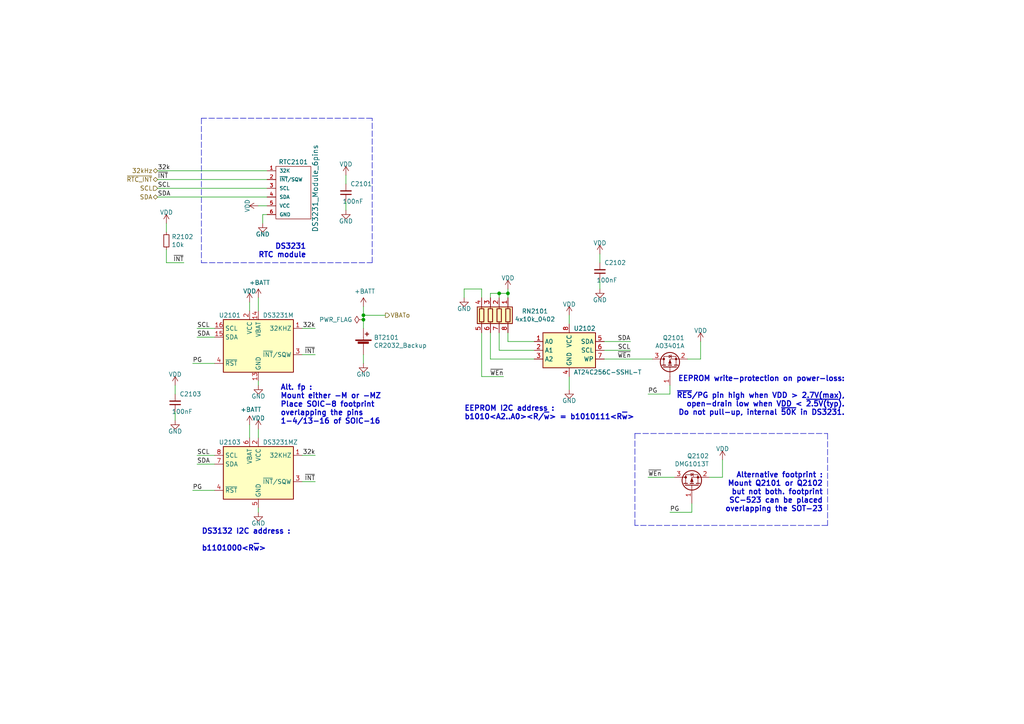
<source format=kicad_sch>
(kicad_sch (version 20211123) (generator eeschema)
  (paper "A4")
  (title_block (title "External RTC") (date "2020-11-21") (rev "R0.1") (company "SolderingStationGroup : Jonny Svärd / Mathias Johansson / Magnus Thulesius"))
  (lib_symbols
    (symbol "Device:Battery_Cell" (pin_numbers hide) (pin_names (offset 0) hide)
      (property "Reference" "BT" (at 2.54 2.54 0))
      (property "Value" "Battery_Cell" (at 2.54 0 0))
      (symbol "Battery_Cell_0_1"
        (rectangle (start -2.286 1.778) (end 2.286 1.524) (fill (type outline)))
        (rectangle (start -1.5748 1.1938) (end 1.4732 0.6858) (fill (type outline)))
        (polyline (pts (xy 0 0.762) (xy 0 0)))
        (polyline (pts (xy 0 1.778) (xy 0 2.54)))
        (polyline (pts (xy 0.508 3.429) (xy 1.524 3.429)) (stroke (width 0.254)))
        (polyline (pts (xy 1.016 3.937) (xy 1.016 2.921)) (stroke (width 0.254)))
      )
      (symbol "Battery_Cell_1_1"
        (pin passive line (at 0 5.08 270) (length 2.54) (name "+") (number "1"))
        (pin passive line (at 0 -2.54 90) (length 2.54) (name "-") (number "2"))
      )
    )
    (symbol "Device:C_Small" (pin_numbers hide) (pin_names (offset 0.254) hide)
      (property "Reference" "C" (at 0.254 1.778 0))
      (property "Value" "C_Small" (at 0.254 -2.032 0))
      (symbol "C_Small_0_1"
        (polyline (pts (xy -1.524 -0.508) (xy 1.524 -0.508)) (stroke (width 0.3302)))
        (polyline (pts (xy -1.524 0.508) (xy 1.524 0.508)) (stroke (width 0.3048)))
      )
      (symbol "C_Small_1_1"
        (pin passive line (at 0 2.54 270) (length 2.032) (name "~") (number "1"))
        (pin passive line (at 0 -2.54 90) (length 2.032) (name "~") (number "2"))
      )
    )
    (symbol "Device:R_Pack04" (pin_names (offset 0) hide)
      (property "Reference" "RN" (at -7.62 0 90))
      (property "Value" "R_Pack04" (at 5.08 0 90))
      (symbol "R_Pack04_0_1"
        (rectangle (start -6.35 -2.413) (end 3.81 2.413) (stroke (width 0.254)) (fill (type background)))
        (rectangle (start -5.715 1.905) (end -4.445 -1.905) (stroke (width 0.254)))
        (rectangle (start -3.175 1.905) (end -1.905 -1.905) (stroke (width 0.254)))
        (rectangle (start -0.635 1.905) (end 0.635 -1.905) (stroke (width 0.254)))
        (polyline (pts (xy -5.08 -2.54) (xy -5.08 -1.905)))
        (polyline (pts (xy -5.08 1.905) (xy -5.08 2.54)))
        (polyline (pts (xy -2.54 -2.54) (xy -2.54 -1.905)))
        (polyline (pts (xy -2.54 1.905) (xy -2.54 2.54)))
        (polyline (pts (xy 0 -2.54) (xy 0 -1.905)))
        (polyline (pts (xy 0 1.905) (xy 0 2.54)))
        (polyline (pts (xy 2.54 -2.54) (xy 2.54 -1.905)))
        (polyline (pts (xy 2.54 1.905) (xy 2.54 2.54)))
        (rectangle (start 1.905 1.905) (end 3.175 -1.905) (stroke (width 0.254)))
      )
      (symbol "R_Pack04_1_1"
        (pin passive line (at -5.08 -5.08 90) (length 2.54) (name "R1.1") (number "1"))
        (pin passive line (at -2.54 -5.08 90) (length 2.54) (name "R2.1") (number "2"))
        (pin passive line (at 0 -5.08 90) (length 2.54) (name "R3.1") (number "3"))
        (pin passive line (at 2.54 -5.08 90) (length 2.54) (name "R4.1") (number "4"))
        (pin passive line (at 2.54 5.08 270) (length 2.54) (name "R4.2") (number "5"))
        (pin passive line (at 0 5.08 270) (length 2.54) (name "R3.2") (number "6"))
        (pin passive line (at -2.54 5.08 270) (length 2.54) (name "R2.2") (number "7"))
        (pin passive line (at -5.08 5.08 270) (length 2.54) (name "R1.2") (number "8"))
      )
    )
    (symbol "Device:R_Small" (pin_numbers hide) (pin_names (offset 0.254) hide)
      (property "Reference" "R" (at 0.762 0.508 0))
      (property "Value" "R_Small" (at 0.762 -1.016 0))
      (symbol "R_Small_0_1"
        (rectangle (start -0.762 1.778) (end 0.762 -1.778) (stroke (width 0.2032)))
      )
      (symbol "R_Small_1_1"
        (pin passive line (at 0 2.54 270) (length 0.762) (name "~") (number "1"))
        (pin passive line (at 0 -2.54 90) (length 0.762) (name "~") (number "2"))
      )
    )
    (symbol "Memory_EEPROM:CAT24C256"
      (property "Reference" "U" (at -6.35 6.35 0))
      (property "Value" "CAT24C256" (at 1.27 6.35 0))
      (symbol "CAT24C256_1_1"
        (rectangle (start -7.62 5.08) (end 7.62 -5.08) (stroke (width 0.254)) (fill (type background)))
        (pin input line (at -10.16 2.54 0) (length 2.54) (name "A0") (number "1"))
        (pin input line (at -10.16 0 0) (length 2.54) (name "A1") (number "2"))
        (pin input line (at -10.16 -2.54 0) (length 2.54) (name "A2") (number "3"))
        (pin power_in line (at 0 -7.62 90) (length 2.54) (name "GND") (number "4"))
        (pin bidirectional line (at 10.16 2.54 180) (length 2.54) (name "SDA") (number "5"))
        (pin input line (at 10.16 0 180) (length 2.54) (name "SCL") (number "6"))
        (pin input line (at 10.16 -2.54 180) (length 2.54) (name "WP") (number "7"))
        (pin power_in line (at 0 7.62 270) (length 2.54) (name "VCC") (number "8"))
      )
    )
    (symbol "Timer_RTC:DS3231M"
      (property "Reference" "U" (at -7.62 8.89 0))
      (property "Value" "DS3231M" (at 10.16 8.89 0))
      (symbol "DS3231M_0_1"
        (rectangle (start -10.16 7.62) (end 10.16 -7.62) (stroke (width 0.254)) (fill (type background)))
      )
      (symbol "DS3231M_1_1"
        (pin open_collector line (at 12.7 5.08 180) (length 2.54) (name "32KHZ") (number "1"))
        (pin passive line (at 0 -10.16 90) (length 2.54) hide (name "GND") (number "10"))
        (pin passive line (at 0 -10.16 90) (length 2.54) hide (name "GND") (number "11"))
        (pin passive line (at 0 -10.16 90) (length 2.54) hide (name "GND") (number "12"))
        (pin power_in line (at 0 -10.16 90) (length 2.54) (name "GND") (number "13"))
        (pin power_in line (at 0 10.16 270) (length 2.54) (name "VBAT") (number "14"))
        (pin bidirectional line (at -12.7 2.54 0) (length 2.54) (name "SDA") (number "15"))
        (pin input line (at -12.7 5.08 0) (length 2.54) (name "SCL") (number "16"))
        (pin power_in line (at -2.54 10.16 270) (length 2.54) (name "VCC") (number "2"))
        (pin open_collector line (at 12.7 -2.54 180) (length 2.54) (name "~{INT}/SQW") (number "3"))
        (pin bidirectional line (at -12.7 -5.08 0) (length 2.54) (name "~{RST}") (number "4"))
        (pin passive line (at 0 -10.16 90) (length 2.54) hide (name "GND") (number "5"))
        (pin passive line (at 0 -10.16 90) (length 2.54) hide (name "GND") (number "6"))
        (pin passive line (at 0 -10.16 90) (length 2.54) hide (name "GND") (number "7"))
        (pin passive line (at 0 -10.16 90) (length 2.54) hide (name "GND") (number "8"))
        (pin passive line (at 0 -10.16 90) (length 2.54) hide (name "GND") (number "9"))
      )
    )
    (symbol "Timer_RTC:DS3231MZ"
      (property "Reference" "U" (at -7.62 8.89 0))
      (property "Value" "DS3231MZ" (at 11.43 8.89 0))
      (symbol "DS3231MZ_0_1"
        (rectangle (start -10.16 7.62) (end 10.16 -7.62) (stroke (width 0.254)) (fill (type background)))
      )
      (symbol "DS3231MZ_1_1"
        (pin open_collector line (at 12.7 5.08 180) (length 2.54) (name "32KHZ") (number "1"))
        (pin power_in line (at 0 10.16 270) (length 2.54) (name "VCC") (number "2"))
        (pin open_collector line (at 12.7 -2.54 180) (length 2.54) (name "~{INT}/SQW") (number "3"))
        (pin bidirectional line (at -12.7 -5.08 0) (length 2.54) (name "~{RST}") (number "4"))
        (pin power_in line (at 0 -10.16 90) (length 2.54) (name "GND") (number "5"))
        (pin power_in line (at -2.54 10.16 270) (length 2.54) (name "VBAT") (number "6"))
        (pin bidirectional line (at -12.7 2.54 0) (length 2.54) (name "SDA") (number "7"))
        (pin input line (at -12.7 5.08 0) (length 2.54) (name "SCL") (number "8"))
      )
    )
    (symbol "Transistor_FET:AO3401A" (pin_names hide)
      (property "Reference" "Q" (at 5.08 1.905 0))
      (property "Value" "AO3401A" (at 5.08 0 0))
      (symbol "AO3401A_0_1"
        (polyline (pts (xy 0.254 0) (xy -2.54 0)))
        (polyline (pts (xy 0.254 1.905) (xy 0.254 -1.905)) (stroke (width 0.254)))
        (polyline (pts (xy 0.762 -1.27) (xy 0.762 -2.286)) (stroke (width 0.254)))
        (polyline (pts (xy 0.762 0.508) (xy 0.762 -0.508)) (stroke (width 0.254)))
        (polyline (pts (xy 0.762 2.286) (xy 0.762 1.27)) (stroke (width 0.254)))
        (polyline (pts (xy 2.54 2.54) (xy 2.54 1.778)))
        (polyline (pts (xy 2.54 -2.54) (xy 2.54 0) (xy 0.762 0)))
        (polyline (pts (xy 0.762 1.778) (xy 3.302 1.778) (xy 3.302 -1.778) (xy 0.762 -1.778)))
        (polyline (pts (xy 2.286 0) (xy 1.27 0.381) (xy 1.27 -0.381) (xy 2.286 0)) (fill (type outline)))
        (polyline (pts (xy 2.794 -0.508) (xy 2.921 -0.381) (xy 3.683 -0.381) (xy 3.81 -0.254)))
        (polyline (pts (xy 3.302 -0.381) (xy 2.921 0.254) (xy 3.683 0.254) (xy 3.302 -0.381)))
        (circle (center 1.651 0) (radius 2.794) (stroke (width 0.254)))
        (circle (center 2.54 -1.778) (radius 0.254) (fill (type outline)))
        (circle (center 2.54 1.778) (radius 0.254) (fill (type outline)))
      )
      (symbol "AO3401A_1_1"
        (pin input line (at -5.08 0 0) (length 2.54) (name "G") (number "1"))
        (pin passive line (at 2.54 -5.08 90) (length 2.54) (name "S") (number "2"))
        (pin passive line (at 2.54 5.08 270) (length 2.54) (name "D") (number "3"))
      )
    )
    (symbol "customlib_mj:DMG1013T" (pin_names (offset 0) hide)
      (property "Reference" "Q" (at -1.27 -3.81 0))
      (property "Value" "DMG1013T" (at 5.715 0 90))
      (symbol "DMG1013T_0_1"
        (polyline (pts (xy 0.0508 0) (xy 0.254 0)))
        (polyline (pts (xy 0.762 -1.778) (xy 2.54 -1.778)))
        (polyline (pts (xy 0.762 -1.27) (xy 0.762 -2.286)) (stroke (width 0.254)))
        (polyline (pts (xy 0.762 0) (xy 2.54 0)))
        (polyline (pts (xy 0.762 0.508) (xy 0.762 -0.508)) (stroke (width 0.254)))
        (polyline (pts (xy 0.762 1.778) (xy 2.54 1.778)))
        (polyline (pts (xy 0.762 2.286) (xy 0.762 1.27)) (stroke (width 0.254)))
        (polyline (pts (xy 2.54 -1.778) (xy 2.54 -2.54)))
        (polyline (pts (xy 2.54 -1.778) (xy 2.54 0)))
        (polyline (pts (xy 2.54 2.54) (xy 2.54 1.778)))
        (polyline (pts (xy 0.254 1.905) (xy 0.254 -1.905) (xy 0.254 -1.905)) (stroke (width 0.254)))
        (polyline (pts (xy 2.286 0) (xy 1.27 -0.381) (xy 1.27 0.381) (xy 2.286 0)) (fill (type outline)))
        (polyline (pts (xy 2.54 -1.778) (xy 3.302 -1.778) (xy 3.302 1.778) (xy 2.54 1.778)))
        (polyline (pts (xy 2.794 -0.508) (xy 2.921 -0.381) (xy 3.683 -0.381) (xy 3.81 -0.254)))
        (polyline (pts (xy 3.302 -0.381) (xy 2.921 0.254) (xy 3.683 0.254) (xy 3.302 -0.381)))
        (circle (center 1.651 0) (radius 2.8194) (stroke (width 0.254)))
        (circle (center 2.54 -1.778) (radius 0.2794) (fill (type outline)))
        (circle (center 2.54 1.778) (radius 0.2794) (fill (type outline)))
      )
      (symbol "DMG1013T_1_1"
        (pin input line (at -5.08 0 0) (length 5.08) (name "G") (number "1"))
        (pin passive line (at 2.54 -5.08 90) (length 2.54) (name "S") (number "2"))
        (pin passive line (at 2.54 5.08 270) (length 2.54) (name "D") (number "3"))
      )
    )
    (symbol "customlib_mj:DS3231_Module_6pins" (pin_names (offset 1.016))
      (property "Reference" "RTC" (at 0 7.62 0))
      (property "Value" "DS3231_Module_6pins" (at 0 -10.16 0))
      (symbol "DS3231_Module_6pins_0_0"
        (rectangle (start -5.08 6.35) (end 5.08 -8.89))
      )
      (symbol "DS3231_Module_6pins_1_1"
        (pin open_collector line (at -7.62 5.08 0) (length 2.54) (name "32K") (number "1"))
        (pin open_collector line (at -7.62 2.54 0) (length 2.54) (name "~{INT}/SQW") (number "2"))
        (pin input line (at -7.62 0 0) (length 2.54) (name "SCL") (number "3"))
        (pin bidirectional line (at -7.62 -2.54 0) (length 2.54) (name "SDA") (number "4"))
        (pin power_in line (at -7.62 -5.08 0) (length 2.54) (name "VCC") (number "5"))
        (pin power_in line (at -7.62 -7.62 0) (length 2.54) (name "GND") (number "6"))
      )
    )
    (symbol "power:+BATT" (power) (pin_names (offset 0))
      (property "Value" "+BATT" (at 0 3.556 0))
      (symbol "+BATT_0_1"
        (polyline (pts (xy -0.762 1.27) (xy 0 2.54)))
        (polyline (pts (xy 0 0) (xy 0 2.54)))
        (polyline (pts (xy 0 2.54) (xy 0.762 1.27)))
      )
      (symbol "+BATT_1_1"
        (pin power_in line (at 0 0 90) (length 0) hide (name "+BATT") (number "1"))
      )
    )
    (symbol "power:GND" (power) (pin_names (offset 0))
      (property "Value" "GND" (at 0 -3.81 0))
      (symbol "GND_0_1"
        (polyline (pts (xy 0 0) (xy 0 -1.27) (xy 1.27 -1.27) (xy 0 -2.54) (xy -1.27 -1.27) (xy 0 -1.27)))
      )
      (symbol "GND_1_1"
        (pin power_in line (at 0 0 270) (length 0) hide (name "GND") (number "1"))
      )
    )
    (symbol "power:PWR_FLAG" (power) (pin_numbers hide) (pin_names (offset 0) hide)
      (property "Value" "PWR_FLAG" (at 0 3.81 0))
      (symbol "PWR_FLAG_0_0"
        (pin power_out line (at 0 0 90) (length 0) (name "pwr") (number "1"))
      )
      (symbol "PWR_FLAG_0_1"
        (polyline (pts (xy 0 0) (xy 0 1.27) (xy -1.016 1.905) (xy 0 2.54) (xy 1.016 1.905) (xy 0 1.27)))
      )
    )
    (symbol "power:VDD" (power) (pin_names (offset 0))
      (property "Value" "VDD" (at 0 3.81 0))
      (symbol "VDD_0_1"
        (polyline (pts (xy -0.762 1.27) (xy 0 2.54)))
        (polyline (pts (xy 0 0) (xy 0 2.54)))
        (polyline (pts (xy 0 2.54) (xy 0.762 1.27)))
      )
      (symbol "VDD_1_1"
        (pin power_in line (at 0 0 90) (length 0) hide (name "VDD") (number "1"))
      )
    )
  )
  (junction (at 147.32 85.09))
  (junction (at 105.41 91.44))
  (junction (at 144.78 85.09))
  (junction (at 105.41 92.71))
  (wire (pts (xy 74.93 148.59) (xy 74.93 147.32)))
  (polyline (pts (xy 107.95 76.2) (xy 107.95 34.29)))
  (wire (pts (xy 175.26 104.14) (xy 189.23 104.14)))
  (wire (pts (xy 175.26 99.06) (xy 182.88 99.06)))
  (wire (pts (xy 77.47 59.69) (xy 74.93 59.69)))
  (wire (pts (xy 147.32 85.09) (xy 147.32 83.82)))
  (wire (pts (xy 134.62 86.36) (xy 134.62 83.82)))
  (wire (pts (xy 62.23 105.41) (xy 55.88 105.41)))
  (wire (pts (xy 165.1 91.44) (xy 165.1 93.98)))
  (wire (pts (xy 77.47 62.23) (xy 76.2 62.23)))
  (polyline (pts (xy 240.03 125.73) (xy 240.03 152.4)))
  (wire (pts (xy 144.78 86.36) (xy 144.78 85.09)))
  (wire (pts (xy 165.1 109.22) (xy 165.1 113.03)))
  (wire (pts (xy 100.33 53.34) (xy 100.33 50.8)))
  (wire (pts (xy 105.41 91.44) (xy 105.41 92.71)))
  (wire (pts (xy 45.72 52.07) (xy 77.47 52.07)))
  (wire (pts (xy 77.47 57.15) (xy 45.72 57.15)))
  (wire (pts (xy 50.8 121.92) (xy 50.8 119.38)))
  (wire (pts (xy 105.41 88.9) (xy 105.41 91.44)))
  (wire (pts (xy 62.23 132.08) (xy 57.15 132.08)))
  (wire (pts (xy 134.62 83.82) (xy 139.7 83.82)))
  (wire (pts (xy 72.39 87.63) (xy 72.39 90.17)))
  (wire (pts (xy 62.23 97.79) (xy 57.15 97.79)))
  (wire (pts (xy 87.63 139.7) (xy 91.44 139.7)))
  (polyline (pts (xy 184.15 125.73) (xy 240.03 125.73)))
  (wire (pts (xy 147.32 85.09) (xy 144.78 85.09)))
  (polyline (pts (xy 107.95 34.29) (xy 58.42 34.29)))
  (wire (pts (xy 142.24 86.36) (xy 142.24 85.09)))
  (wire (pts (xy 142.24 104.14) (xy 154.94 104.14)))
  (wire (pts (xy 74.93 111.76) (xy 74.93 110.49)))
  (wire (pts (xy 194.31 148.59) (xy 200.66 148.59)))
  (polyline (pts (xy 58.42 76.2) (xy 107.95 76.2)))
  (wire (pts (xy 142.24 104.14) (xy 142.24 96.52)))
  (wire (pts (xy 48.26 64.77) (xy 48.26 67.31)))
  (polyline (pts (xy 58.42 34.29) (xy 58.42 76.2)))
  (wire (pts (xy 154.94 101.6) (xy 144.78 101.6)))
  (wire (pts (xy 147.32 99.06) (xy 147.32 96.52)))
  (wire (pts (xy 144.78 101.6) (xy 144.78 96.52)))
  (wire (pts (xy 76.2 62.23) (xy 76.2 64.77)))
  (wire (pts (xy 199.39 104.14) (xy 203.2 104.14)))
  (wire (pts (xy 147.32 86.36) (xy 147.32 85.09)))
  (wire (pts (xy 105.41 92.71) (xy 105.41 95.25)))
  (wire (pts (xy 50.8 114.3) (xy 50.8 111.76)))
  (wire (pts (xy 139.7 109.22) (xy 146.05 109.22)))
  (wire (pts (xy 173.99 76.2) (xy 173.99 73.66)))
  (wire (pts (xy 87.63 102.87) (xy 91.44 102.87)))
  (wire (pts (xy 77.47 54.61) (xy 45.72 54.61)))
  (wire (pts (xy 48.26 76.2) (xy 48.26 72.39)))
  (wire (pts (xy 154.94 99.06) (xy 147.32 99.06)))
  (wire (pts (xy 173.99 83.82) (xy 173.99 81.28)))
  (polyline (pts (xy 184.15 152.4) (xy 184.15 125.73)))
  (wire (pts (xy 62.23 142.24) (xy 55.88 142.24)))
  (wire (pts (xy 200.66 148.59) (xy 200.66 146.05)))
  (wire (pts (xy 91.44 132.08) (xy 87.63 132.08)))
  (wire (pts (xy 203.2 104.14) (xy 203.2 99.06)))
  (wire (pts (xy 74.93 124.46) (xy 74.93 127)))
  (wire (pts (xy 139.7 83.82) (xy 139.7 86.36)))
  (wire (pts (xy 45.72 49.53) (xy 77.47 49.53)))
  (wire (pts (xy 62.23 134.62) (xy 57.15 134.62)))
  (wire (pts (xy 139.7 109.22) (xy 139.7 96.52)))
  (wire (pts (xy 74.93 86.36) (xy 74.93 90.17)))
  (wire (pts (xy 187.96 114.3) (xy 194.31 114.3)))
  (wire (pts (xy 53.34 76.2) (xy 48.26 76.2)))
  (wire (pts (xy 91.44 95.25) (xy 87.63 95.25)))
  (wire (pts (xy 72.39 123.19) (xy 72.39 127)))
  (wire (pts (xy 105.41 105.41) (xy 105.41 102.87)))
  (wire (pts (xy 209.55 138.43) (xy 209.55 133.35)))
  (wire (pts (xy 205.74 138.43) (xy 209.55 138.43)))
  (wire (pts (xy 195.58 138.43) (xy 187.96 138.43)))
  (wire (pts (xy 194.31 114.3) (xy 194.31 111.76)))
  (wire (pts (xy 100.33 60.96) (xy 100.33 58.42)))
  (wire (pts (xy 144.78 85.09) (xy 142.24 85.09)))
  (wire (pts (xy 62.23 95.25) (xy 57.15 95.25)))
  (wire (pts (xy 175.26 101.6) (xy 182.88 101.6)))
  (wire (pts (xy 111.76 91.44) (xy 105.41 91.44)))
  (polyline (pts (xy 240.03 152.4) (xy 184.15 152.4)))
  (text "EEPROM write-protection on power-loss:\n\n~{RES}/PG pin high when VDD > 2.7V(max),\nopen-drain low when VDD < ~{2.5V(typ}).\nDo not pull-up, internal ~{50K} in DS3231." (at 245.11 120.65 0) (effects (font (size 1.524 1.524) (thickness 0.3048) bold) (justify right bottom)))
  (text "DS3231\nRTC module\n" (at 88.9 74.93 180) (effects (font (size 1.524 1.524) (thickness 0.3048) bold) (justify right bottom)))
  (text "Alt. fp :\nMount either -M or -MZ\nPlace SOIC-8 footprint\noverlapping the pins \n1-4/13-16 of SOIC-16" (at 81.28 123.19 0) (effects (font (size 1.524 1.524) (thickness 0.3048) bold) (justify left bottom)))
  (text "DS3132 I2C address :\n\nb1101000<R~{w}>" (at 58.42 160.02 0) (effects (font (size 1.524 1.524) (thickness 0.3048) bold) (justify left bottom)))
  (text "Alternative footprint :\nMount Q2101 or Q2102\nbut not both. footprint\nSC-523 can be placed\noverlapping the SOT-23" (at 238.76 148.59 0) (effects (font (size 1.524 1.524) (thickness 0.3048) bold) (justify right bottom)))
  (text "EEPROM I2C address :\nb1010<A2..A0><R/~{w}> = b1010111<R~{w}>" (at 134.62 121.92 0) (effects (font (size 1.524 1.524) (thickness 0.3048) bold) (justify left bottom)))
  (label "~{WEn}" (at 146.05 109.22 180))
  (label "~{INT}" (at 91.44 102.87 180))
  (label "PG" (at 187.96 114.3 0))
  (label "SCL" (at 45.72 54.61 0))
  (label "PG" (at 55.88 105.41 0))
  (label "~{WEn}" (at 187.96 138.43 0))
  (label "SCL" (at 57.15 132.08 0))
  (label "PG" (at 55.88 142.24 0))
  (label "PG" (at 194.31 148.59 0))
  (label "SDA" (at 45.72 57.15 0))
  (label "~{INT}" (at 53.34 76.2 180))
  (label "32k" (at 91.44 132.08 180))
  (label "32k" (at 91.44 95.25 180))
  (label "32k" (at 45.72 49.53 0))
  (label "SDA" (at 182.88 99.06 180))
  (label "~{WEn}" (at 179.07 104.14 0))
  (label "SDA" (at 57.15 97.79 0))
  (label "~{INT}" (at 91.44 139.7 180))
  (label "SCL" (at 182.88 101.6 180))
  (label "~{INT}" (at 45.72 52.07 0))
  (label "SDA" (at 57.15 134.62 0))
  (label "SCL" (at 57.15 95.25 0))
  (hierarchical_label "VBATo" (shape output) (at 111.76 91.44 0))
  (hierarchical_label "~{RTC_INT}" (shape tri_state) (at 45.72 52.07 180))
  (hierarchical_label "32kHz" (shape tri_state) (at 45.72 49.53 180))
  (hierarchical_label "SCL" (shape input) (at 45.72 54.61 180))
  (hierarchical_label "SDA" (shape bidirectional) (at 45.72 57.15 180))
  (symbol (lib_id "power:GND") (at 76.2 64.77 0)
    (property "Reference" "#PWR02104" (effects hide))
    (property "Value" "GND" (at 76.2 67.945 0))
  )
  (symbol (lib_id "power:VDD") (at 74.93 59.69 90)
    (property "Reference" "#PWR02102" (effects hide))
    (property "Value" "VDD" (at 71.755 59.69 0))
  )
  (symbol (lib_id "Device:C_Small") (at 100.33 55.88 180)
    (property "Reference" "C2101" (at 101.6 53.34 0) (effects (justify right)))
    (property "Value" "100nF" (at 105.41 58.42 0) (effects (justify left)))
    (property "Footprint" "Capacitor_SMD:C_0402_1005Metric" (effects hide))
    (property "JLC_part" "Basic" (effects hide))
    (property "LCSC" "C1525" (effects hide))
  )
  (symbol (lib_id "power:VDD") (at 100.33 50.8 0)
    (property "Reference" "#PWR02101" (effects hide))
    (property "Value" "VDD" (at 100.33 47.625 0))
  )
  (symbol (lib_id "customlib_mj:DS3231_Module_6pins") (at 85.09 54.61 0)
    (property "Reference" "RTC2101" (at 85.09 46.99 0))
    (property "Value" "DS3231_Module_6pins" (at 91.44 54.61 90) (effects (font (size 1.524 1.524))))
    (property "Footprint" "customlib_mj_fp:DS3231_module_6pin_horizontal_mnt" (effects hide))
  )
  (symbol (lib_id "power:GND") (at 100.33 60.96 0)
    (property "Reference" "#PWR02103" (effects hide))
    (property "Value" "GND" (at 100.33 64.135 0))
  )
  (symbol (lib_id "power:+BATT") (at 74.93 86.36 0) (unit 1)
    (property "Reference" "#PWR02108" (effects hide))
    (property "Value" "+BATT" (at 75.311 81.9658 0))
  )
  (symbol (lib_id "power:VDD") (at 72.39 87.63 0)
    (property "Reference" "#PWR02109" (effects hide))
    (property "Value" "VDD" (at 72.39 84.455 0))
  )
  (symbol (lib_id "power:+BATT") (at 72.39 123.19 0) (unit 1)
    (property "Reference" "#PWR02119" (effects hide))
    (property "Value" "+BATT" (at 72.771 118.7958 0))
  )
  (symbol (lib_id "power:VDD") (at 74.93 124.46 0)
    (property "Reference" "#PWR02120" (effects hide))
    (property "Value" "VDD" (at 74.93 121.285 0))
  )
  (symbol (lib_id "power:GND") (at 74.93 111.76 0)
    (property "Reference" "#PWR02115" (effects hide))
    (property "Value" "GND" (at 74.93 114.935 0))
  )
  (symbol (lib_id "power:GND") (at 74.93 148.59 0)
    (property "Reference" "#PWR02122" (effects hide))
    (property "Value" "GND" (at 74.93 151.765 0))
  )
  (symbol (lib_id "Device:C_Small") (at 50.8 116.84 180)
    (property "Reference" "C2103" (at 52.07 114.3 0) (effects (justify right)))
    (property "Value" "100nF" (at 55.88 119.38 0) (effects (justify left)))
    (property "Footprint" "Capacitor_SMD:C_0402_1005Metric" (effects hide))
    (property "JLC_part" "Basic" (effects hide))
    (property "LCSC" "C1525" (effects hide))
  )
  (symbol (lib_id "Device:Battery_Cell") (at 105.41 100.33 0) (unit 1)
    (property "Reference" "BT2101" (at 108.4072 97.8916 0) (effects (justify left)))
    (property "Value" "CR2032_Backup" (at 108.4072 100.203 0) (effects (justify left)))
    (property "Footprint" "customlib_mj_fp:CR2032_coincell_holder" (effects hide))
    (property "Datasheet" "https://lcsc.com/product-detail/Battery-Holders-Clips-Contacts_CR2032battery-Gold-plated-patch-horizontal-base_C70378.html" (effects hide))
  )
  (symbol (lib_id "power:VDD") (at 50.8 111.76 0)
    (property "Reference" "#PWR02114" (effects hide))
    (property "Value" "VDD" (at 50.8 108.585 0))
  )
  (symbol (lib_id "power:GND") (at 50.8 121.92 0)
    (property "Reference" "#PWR02118" (effects hide))
    (property "Value" "GND" (at 50.8 125.095 0))
  )
  (symbol (lib_id "power:+BATT") (at 105.41 88.9 0) (unit 1)
    (property "Reference" "#PWR02110" (effects hide))
    (property "Value" "+BATT" (at 105.791 84.5058 0))
  )
  (symbol (lib_id "power:GND") (at 105.41 105.41 0)
    (property "Reference" "#PWR02113" (effects hide))
    (property "Value" "GND" (at 105.41 108.585 0))
  )
  (symbol (lib_id "Timer_RTC:DS3231M") (at 74.93 100.33 0) (unit 1)
    (property "Reference" "U2101" (at 69.85 91.44 0) (effects (justify right)))
    (property "Value" "DS3231M" (at 76.2 91.44 0) (effects (justify left)))
    (property "Footprint" "Package_SO:SOIC-16W_7.5x10.3mm_P1.27mm" (effects hide))
    (property "Datasheet" "http://datasheets.maximintegrated.com/en/ds/DS3231.pdf" (effects hide))
    (property "JLC_part" "Basic" (effects hide))
    (property "LCSC" "C37663" (effects hide))
  )
  (symbol (lib_id "Timer_RTC:DS3231MZ") (at 74.93 137.16 0) (unit 1)
    (property "Reference" "U2103" (at 69.85 128.27 0) (effects (justify right)))
    (property "Value" "DS3231MZ" (at 76.2 128.27 0) (effects (justify left)))
    (property "Footprint" "Package_SO:SOIC-8_3.9x4.9mm_P1.27mm" (effects hide))
    (property "Datasheet" "http://datasheets.maximintegrated.com/en/ds/DS3231M.pdf" (effects hide))
    (property "JLC_part" "Extended" (effects hide))
    (property "LCSC" "C107410" (effects hide))
  )
  (symbol (lib_id "Memory_EEPROM:CAT24C256") (at 165.1 101.6 0) (unit 1)
    (property "Reference" "U2102" (at 166.37 95.25 0) (effects (justify left)))
    (property "Value" "AT24C256C-SSHL-T" (at 166.37 107.95 0) (effects (justify left)))
    (property "Footprint" "Package_SO:SO-8_3.9x4.9mm_P1.27mm" (effects hide))
    (property "Datasheet" "https://www.onsemi.cn/PowerSolutions/document/CAT24C256-D.PDF" (effects hide))
    (property "JLC_part" "Basic" (effects hide))
    (property "LCSC" "C6482" (effects hide))
  )
  (symbol (lib_id "power:GND") (at 165.1 113.03 0)
    (property "Reference" "#PWR02116" (effects hide))
    (property "Value" "GND" (at 165.1 116.205 0))
  )
  (symbol (lib_id "power:VDD") (at 165.1 91.44 0)
    (property "Reference" "#PWR02111" (effects hide))
    (property "Value" "VDD" (at 165.1 88.265 0))
  )
  (symbol (lib_id "Device:C_Small") (at 173.99 78.74 180)
    (property "Reference" "C2102" (at 175.26 76.2 0) (effects (justify right)))
    (property "Value" "100nF" (at 179.07 81.28 0) (effects (justify left)))
    (property "Footprint" "Capacitor_SMD:C_0402_1005Metric" (effects hide))
    (property "JLC_part" "Basic" (effects hide))
    (property "LCSC" "C1525" (effects hide))
  )
  (symbol (lib_id "power:VDD") (at 173.99 73.66 0)
    (property "Reference" "#PWR02105" (effects hide))
    (property "Value" "VDD" (at 173.99 70.485 0))
  )
  (symbol (lib_id "power:GND") (at 173.99 83.82 0)
    (property "Reference" "#PWR02107" (effects hide))
    (property "Value" "GND" (at 173.99 86.995 0))
  )
  (symbol (lib_id "Transistor_FET:AO3401A") (at 194.31 106.68 90) (unit 1)
    (property "Reference" "Q2101" (at 198.5772 97.9932 90) (effects (justify left)))
    (property "Value" "AO3401A" (at 198.5772 100.3046 90) (effects (justify left)))
    (property "Footprint" "Package_TO_SOT_SMD:SOT-23" (effects hide))
    (property "Datasheet" "http://www.aosmd.com/pdfs/datasheet/AO3401A.pdf" (effects hide))
    (property "JLC_part" "Basic" (effects hide))
    (property "LCSC" "C15127" (effects hide))
  )
  (symbol (lib_id "power:VDD") (at 203.2 99.06 0)
    (property "Reference" "#PWR02112" (effects hide))
    (property "Value" "VDD" (at 203.2 95.885 0))
  )
  (symbol (lib_id "power:VDD") (at 147.32 83.82 0)
    (property "Reference" "#PWR02106" (effects hide))
    (property "Value" "VDD" (at 147.32 80.645 0))
  )
  (symbol (lib_id "customlib_mj:DMG1013T") (at 200.66 140.97 90) (unit 1)
    (property "Reference" "Q2102" (at 205.6384 132.2578 90) (effects (justify left)))
    (property "Value" "DMG1013T" (at 200.66 134.5692 90))
    (property "Footprint" "customlib_mj_fp:SOT-523_handsoldering" (effects hide))
    (property "Datasheet" "https://www.diodes.com/assets/Datasheets/ds31784.pdf" (effects hide))
    (property "JLC_part" "Extended" (effects hide))
    (property "LCSC" "C96676" (effects hide))
  )
  (symbol (lib_id "power:VDD") (at 209.55 133.35 0)
    (property "Reference" "#PWR02121" (effects hide))
    (property "Value" "VDD" (at 209.55 130.175 0))
  )
  (symbol (lib_id "power:PWR_FLAG") (at 105.41 92.71 90) (unit 1)
    (property "Reference" "#FLG02101" (effects hide))
    (property "Value" "PWR_FLAG" (at 97.3836 92.71 90))
  )
  (symbol (lib_id "Device:R_Pack04") (at 142.24 91.44 180) (unit 1)
    (property "Reference" "RN2101" (at 155.1686 90.2716 0))
    (property "Value" "4x10k_0402" (at 155.1686 92.583 0))
    (property "Footprint" "Resistor_SMD:R_Array_Convex_4x0402" (effects hide))
    (property "JLC_part" "Basic" (effects hide))
    (property "LCSC" "C25725" (effects hide))
  )
  (symbol (lib_id "power:GND") (at 134.62 86.36 0)
    (property "Reference" "#PWR02123" (effects hide))
    (property "Value" "GND" (at 134.62 89.535 0))
  )
  (symbol (lib_id "Device:R_Small") (at 48.26 69.85 0) (unit 1)
    (property "Reference" "R2102" (at 49.7586 68.6816 0) (effects (justify left)))
    (property "Value" "10k" (at 49.7586 70.993 0) (effects (justify left)))
    (property "Footprint" "Resistor_SMD:R_0402_1005Metric" (effects hide))
    (property "JLC_part" "Basic" (effects hide))
    (property "LCSC" "C25744" (effects hide))
  )
  (symbol (lib_id "power:VDD") (at 48.26 64.77 0)
    (property "Reference" "#PWR02124" (effects hide))
    (property "Value" "VDD" (at 48.26 61.595 0))
  )
)
</source>
